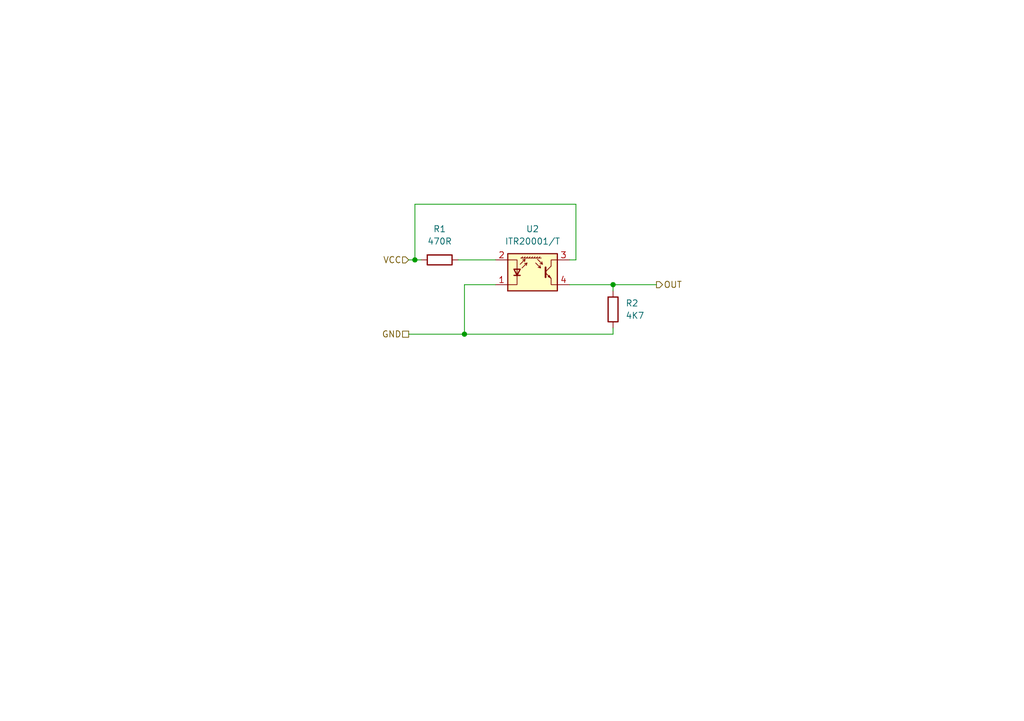
<source format=kicad_sch>
(kicad_sch (version 20230121) (generator eeschema)

  (uuid 17e2b376-97cb-4ddf-b425-731f5e62ad95)

  (paper "A5")

  (lib_symbols
    (symbol "Device:R" (pin_numbers hide) (pin_names (offset 0)) (in_bom yes) (on_board yes)
      (property "Reference" "R" (at 2.032 0 90)
        (effects (font (size 1.27 1.27)))
      )
      (property "Value" "R" (at 0 0 90)
        (effects (font (size 1.27 1.27)))
      )
      (property "Footprint" "" (at -1.778 0 90)
        (effects (font (size 1.27 1.27)) hide)
      )
      (property "Datasheet" "~" (at 0 0 0)
        (effects (font (size 1.27 1.27)) hide)
      )
      (property "ki_keywords" "R res resistor" (at 0 0 0)
        (effects (font (size 1.27 1.27)) hide)
      )
      (property "ki_description" "Resistor" (at 0 0 0)
        (effects (font (size 1.27 1.27)) hide)
      )
      (property "ki_fp_filters" "R_*" (at 0 0 0)
        (effects (font (size 1.27 1.27)) hide)
      )
      (symbol "R_0_1"
        (rectangle (start -1.016 -2.54) (end 1.016 2.54)
          (stroke (width 0.254) (type default))
          (fill (type none))
        )
      )
      (symbol "R_1_1"
        (pin passive line (at 0 3.81 270) (length 1.27)
          (name "~" (effects (font (size 1.27 1.27))))
          (number "1" (effects (font (size 1.27 1.27))))
        )
        (pin passive line (at 0 -3.81 90) (length 1.27)
          (name "~" (effects (font (size 1.27 1.27))))
          (number "2" (effects (font (size 1.27 1.27))))
        )
      )
    )
    (symbol "Sensor_Proximity:ITR8307-F43" (pin_names (offset 0.0254) hide) (in_bom yes) (on_board yes)
      (property "Reference" "U" (at -3.81 5.08 0)
        (effects (font (size 1.27 1.27)))
      )
      (property "Value" "ITR8307-F43" (at 12.7 5.08 0)
        (effects (font (size 1.27 1.27)) (justify right))
      )
      (property "Footprint" "OptoDevice:Everlight_ITR8307F43" (at 0 -5.08 0)
        (effects (font (size 1.27 1.27)) hide)
      )
      (property "Datasheet" "https://everlighteurope.com/index.php?controller=attachment&id_attachment=5385" (at 0 2.54 0)
        (effects (font (size 1.27 1.27)) hide)
      )
      (property "ki_keywords" "Reflective Optical Sensor Opto" (at 0 0 0)
        (effects (font (size 1.27 1.27)) hide)
      )
      (property "ki_description" "Subminiature Reflective Optical Sensor, DIP-like THT-package" (at 0 0 0)
        (effects (font (size 1.27 1.27)) hide)
      )
      (property "ki_fp_filters" "Everlight*ITR8307F43*" (at 0 0 0)
        (effects (font (size 1.27 1.27)) hide)
      )
      (symbol "ITR8307-F43_0_1"
        (polyline
          (pts
            (xy -3.81 -0.635)
            (xy -2.54 -0.635)
          )
          (stroke (width 0.254) (type default))
          (fill (type none))
        )
        (polyline
          (pts
            (xy -2.286 2.921)
            (xy -2.032 3.175)
          )
          (stroke (width 0) (type default))
          (fill (type none))
        )
        (polyline
          (pts
            (xy -1.778 2.921)
            (xy -1.524 3.175)
          )
          (stroke (width 0) (type default))
          (fill (type none))
        )
        (polyline
          (pts
            (xy -1.524 2.667)
            (xy -1.651 2.159)
          )
          (stroke (width 0) (type default))
          (fill (type none))
        )
        (polyline
          (pts
            (xy -1.27 2.921)
            (xy -1.016 3.175)
          )
          (stroke (width 0) (type default))
          (fill (type none))
        )
        (polyline
          (pts
            (xy -1.143 1.905)
            (xy -1.27 1.397)
          )
          (stroke (width 0) (type default))
          (fill (type none))
        )
        (polyline
          (pts
            (xy -0.762 2.921)
            (xy -0.508 3.175)
          )
          (stroke (width 0) (type default))
          (fill (type none))
        )
        (polyline
          (pts
            (xy -0.254 2.921)
            (xy 0 3.175)
          )
          (stroke (width 0) (type default))
          (fill (type none))
        )
        (polyline
          (pts
            (xy 0.254 2.921)
            (xy 0.508 3.175)
          )
          (stroke (width 0) (type default))
          (fill (type none))
        )
        (polyline
          (pts
            (xy 0.762 2.921)
            (xy 1.016 3.175)
          )
          (stroke (width 0) (type default))
          (fill (type none))
        )
        (polyline
          (pts
            (xy 1.27 2.921)
            (xy 1.524 3.175)
          )
          (stroke (width 0) (type default))
          (fill (type none))
        )
        (polyline
          (pts
            (xy 1.651 0.889)
            (xy 1.143 1.016)
          )
          (stroke (width 0) (type default))
          (fill (type none))
        )
        (polyline
          (pts
            (xy 1.778 2.921)
            (xy -2.413 2.921)
          )
          (stroke (width 0) (type default))
          (fill (type none))
        )
        (polyline
          (pts
            (xy 2.032 1.651)
            (xy 1.524 1.778)
          )
          (stroke (width 0) (type default))
          (fill (type none))
        )
        (polyline
          (pts
            (xy 2.667 -0.127)
            (xy 3.81 -1.27)
          )
          (stroke (width 0) (type default))
          (fill (type none))
        )
        (polyline
          (pts
            (xy 2.667 0.127)
            (xy 3.81 1.27)
          )
          (stroke (width 0) (type default))
          (fill (type none))
        )
        (polyline
          (pts
            (xy -2.54 1.651)
            (xy -1.524 2.667)
            (xy -2.032 2.54)
          )
          (stroke (width 0) (type default))
          (fill (type none))
        )
        (polyline
          (pts
            (xy -2.159 0.889)
            (xy -1.143 1.905)
            (xy -1.651 1.778)
          )
          (stroke (width 0) (type default))
          (fill (type none))
        )
        (polyline
          (pts
            (xy 0.635 1.905)
            (xy 1.651 0.889)
            (xy 1.524 1.397)
          )
          (stroke (width 0) (type default))
          (fill (type none))
        )
        (polyline
          (pts
            (xy 1.016 2.667)
            (xy 2.032 1.651)
            (xy 1.905 2.159)
          )
          (stroke (width 0) (type default))
          (fill (type none))
        )
        (polyline
          (pts
            (xy 2.667 1.016)
            (xy 2.667 -1.016)
            (xy 2.667 -1.016)
          )
          (stroke (width 0.3556) (type default))
          (fill (type none))
        )
        (polyline
          (pts
            (xy 3.81 -1.27)
            (xy 3.81 -2.54)
            (xy 5.08 -2.54)
          )
          (stroke (width 0) (type default))
          (fill (type none))
        )
        (polyline
          (pts
            (xy 3.81 1.27)
            (xy 3.81 2.54)
            (xy 5.08 2.54)
          )
          (stroke (width 0) (type default))
          (fill (type none))
        )
        (polyline
          (pts
            (xy -5.08 -2.54)
            (xy -3.175 -2.54)
            (xy -3.175 2.54)
            (xy -5.08 2.54)
          )
          (stroke (width 0) (type default))
          (fill (type none))
        )
        (polyline
          (pts
            (xy -3.175 -0.635)
            (xy -3.81 0.635)
            (xy -2.54 0.635)
            (xy -3.175 -0.635)
          )
          (stroke (width 0.254) (type default))
          (fill (type none))
        )
        (polyline
          (pts
            (xy 3.683 -1.143)
            (xy 3.429 -0.635)
            (xy 3.175 -0.889)
            (xy 3.683 -1.143)
          )
          (stroke (width 0) (type default))
          (fill (type none))
        )
        (polyline
          (pts
            (xy -5.08 -3.81)
            (xy 5.08 -3.81)
            (xy 5.08 3.81)
            (xy -5.08 3.81)
            (xy -5.08 -3.81)
          )
          (stroke (width 0.254) (type default))
          (fill (type background))
        )
      )
      (symbol "ITR8307-F43_1_1"
        (pin passive line (at -7.62 -2.54 0) (length 2.54)
          (name "K" (effects (font (size 1.27 1.27))))
          (number "1" (effects (font (size 1.27 1.27))))
        )
        (pin passive line (at -7.62 2.54 0) (length 2.54)
          (name "A" (effects (font (size 1.27 1.27))))
          (number "2" (effects (font (size 1.27 1.27))))
        )
        (pin open_collector line (at 7.62 2.54 180) (length 2.54)
          (name "C" (effects (font (size 1.27 1.27))))
          (number "3" (effects (font (size 1.27 1.27))))
        )
        (pin open_emitter line (at 7.62 -2.54 180) (length 2.54)
          (name "E" (effects (font (size 1.27 1.27))))
          (number "4" (effects (font (size 1.27 1.27))))
        )
      )
    )
  )

  (junction (at 125.73 58.42) (diameter 0) (color 0 0 0 0)
    (uuid a70aad03-dc75-45ca-9d34-3934bebb28e6)
  )
  (junction (at 95.25 68.58) (diameter 0) (color 0 0 0 0)
    (uuid cc296879-3db1-4572-9c47-3d62aff18836)
  )
  (junction (at 85.09 53.34) (diameter 0) (color 0 0 0 0)
    (uuid f641e057-79ad-4c14-accd-b0c8d02e98dc)
  )

  (wire (pts (xy 95.25 68.58) (xy 125.73 68.58))
    (stroke (width 0) (type default))
    (uuid 0df279de-c185-4002-abe3-b330031b0d8e)
  )
  (wire (pts (xy 85.09 53.34) (xy 85.09 41.91))
    (stroke (width 0) (type default))
    (uuid 22f58f6d-70ca-4762-b167-b7314c1fac66)
  )
  (wire (pts (xy 118.11 41.91) (xy 118.11 53.34))
    (stroke (width 0) (type default))
    (uuid 4b717d21-572c-4aa0-9013-9eea1edc4dab)
  )
  (wire (pts (xy 93.98 53.34) (xy 101.6 53.34))
    (stroke (width 0) (type default))
    (uuid 4f16d650-132c-4f06-8a59-17e9cf1bbdfd)
  )
  (wire (pts (xy 85.09 41.91) (xy 118.11 41.91))
    (stroke (width 0) (type default))
    (uuid 69c67451-35c5-449d-a065-a695382aa06e)
  )
  (wire (pts (xy 83.82 68.58) (xy 95.25 68.58))
    (stroke (width 0) (type default))
    (uuid 7425754b-e85d-486c-86f5-f7a8528babdb)
  )
  (wire (pts (xy 125.73 58.42) (xy 116.84 58.42))
    (stroke (width 0) (type default))
    (uuid 83618056-2bcf-4994-96b9-d76230cb2f89)
  )
  (wire (pts (xy 118.11 53.34) (xy 116.84 53.34))
    (stroke (width 0) (type default))
    (uuid 865a26a7-97c9-4177-83e7-95f5d5ad0530)
  )
  (wire (pts (xy 85.09 53.34) (xy 86.36 53.34))
    (stroke (width 0) (type default))
    (uuid 9f0b8016-24d9-4b6b-9cfb-94d5fb901408)
  )
  (wire (pts (xy 101.6 58.42) (xy 95.25 58.42))
    (stroke (width 0) (type default))
    (uuid a72244ce-eb22-4f51-86bc-ccfd87c2de89)
  )
  (wire (pts (xy 125.73 58.42) (xy 134.62 58.42))
    (stroke (width 0) (type default))
    (uuid be4b7600-78e3-4fe6-8224-7544fde8939a)
  )
  (wire (pts (xy 95.25 58.42) (xy 95.25 68.58))
    (stroke (width 0) (type default))
    (uuid c24ced36-a4f4-45dd-9ad0-ebd044cce2a7)
  )
  (wire (pts (xy 83.82 53.34) (xy 85.09 53.34))
    (stroke (width 0) (type default))
    (uuid cea91349-32c9-4434-9ff9-6228be674f23)
  )
  (wire (pts (xy 125.73 68.58) (xy 125.73 67.31))
    (stroke (width 0) (type default))
    (uuid df07164d-5499-436d-be15-63cdeb6bd1bf)
  )
  (wire (pts (xy 125.73 59.69) (xy 125.73 58.42))
    (stroke (width 0) (type default))
    (uuid e836018d-e740-415a-9d21-4ea837c92c8d)
  )

  (hierarchical_label "GND" (shape passive) (at 83.82 68.58 180) (fields_autoplaced)
    (effects (font (size 1.27 1.27)) (justify right))
    (uuid 2baea970-2382-48af-8cba-e5e9689c3dbd)
  )
  (hierarchical_label "VCC" (shape input) (at 83.82 53.34 180) (fields_autoplaced)
    (effects (font (size 1.27 1.27)) (justify right))
    (uuid 8e42cac8-25db-4f71-aae6-164d7623c17d)
  )
  (hierarchical_label "OUT" (shape output) (at 134.62 58.42 0) (fields_autoplaced)
    (effects (font (size 1.27 1.27)) (justify left))
    (uuid d87dad41-ae1b-46a6-afac-6e948bf4c08e)
  )

  (symbol (lib_id "Device:R") (at 125.73 63.5 0) (unit 1)
    (in_bom yes) (on_board yes) (dnp no) (fields_autoplaced)
    (uuid 744aa775-7c85-4fd8-8d21-26de13535bfb)
    (property "Reference" "R2" (at 128.27 62.23 0)
      (effects (font (size 1.27 1.27)) (justify left))
    )
    (property "Value" "4K7" (at 128.27 64.77 0)
      (effects (font (size 1.27 1.27)) (justify left))
    )
    (property "Footprint" "Resistor_SMD:R_0603_1608Metric" (at 123.952 63.5 90)
      (effects (font (size 1.27 1.27)) hide)
    )
    (property "Datasheet" "~" (at 125.73 63.5 0)
      (effects (font (size 1.27 1.27)) hide)
    )
    (pin "1" (uuid 367c5157-866b-4a5b-9e0c-110b9785b831))
    (pin "2" (uuid a95ad74e-9e0d-4441-953b-4426d586ce6f))
    (instances
      (project "ContuctlessButtons"
        (path "/7466bf9a-b01f-472c-b4f7-1d6a9af658a7"
          (reference "R2") (unit 1)
        )
        (path "/7466bf9a-b01f-472c-b4f7-1d6a9af658a7/b4ee8a8c-615b-455a-91ec-47ad557168dc"
          (reference "R18") (unit 1)
        )
      )
    )
  )

  (symbol (lib_id "Sensor_Proximity:ITR8307-F43") (at 109.22 55.88 0) (unit 1)
    (in_bom yes) (on_board yes) (dnp no) (fields_autoplaced)
    (uuid 7c0b8d75-3bbd-489b-931e-a4399139bb13)
    (property "Reference" "U2" (at 109.22 46.99 0)
      (effects (font (size 1.27 1.27)))
    )
    (property "Value" "ITR20001/T" (at 109.22 49.53 0)
      (effects (font (size 1.27 1.27)))
    )
    (property "Footprint" "OptoDevice:Everlight_ITR8307F43" (at 109.22 60.96 0)
      (effects (font (size 1.27 1.27)) hide)
    )
    (property "Datasheet" "https://everlighteurope.com/index.php?controller=attachment&id_attachment=5385" (at 109.22 53.34 0)
      (effects (font (size 1.27 1.27)) hide)
    )
    (pin "1" (uuid 1bd69fc9-04f1-484f-b6b8-b0f44de80899))
    (pin "2" (uuid 4dc468c8-6ea5-4087-acc9-a19940c3f4c0))
    (pin "3" (uuid 30fa406f-c169-49da-a743-af01cec2cb39))
    (pin "4" (uuid ab4fac58-83f1-4737-b71e-7404be47fe1c))
    (instances
      (project "ContuctlessButtons"
        (path "/7466bf9a-b01f-472c-b4f7-1d6a9af658a7"
          (reference "U2") (unit 1)
        )
        (path "/7466bf9a-b01f-472c-b4f7-1d6a9af658a7/b4ee8a8c-615b-455a-91ec-47ad557168dc"
          (reference "U7") (unit 1)
        )
      )
    )
  )

  (symbol (lib_id "Device:R") (at 90.17 53.34 90) (unit 1)
    (in_bom yes) (on_board yes) (dnp no) (fields_autoplaced)
    (uuid 960acaa9-69d6-4887-9533-b4c0f5bf73b1)
    (property "Reference" "R1" (at 90.17 46.99 90)
      (effects (font (size 1.27 1.27)))
    )
    (property "Value" "470R" (at 90.17 49.53 90)
      (effects (font (size 1.27 1.27)))
    )
    (property "Footprint" "Resistor_SMD:R_0603_1608Metric" (at 90.17 55.118 90)
      (effects (font (size 1.27 1.27)) hide)
    )
    (property "Datasheet" "~" (at 90.17 53.34 0)
      (effects (font (size 1.27 1.27)) hide)
    )
    (pin "1" (uuid e22e3dd9-b22c-4488-86f6-4375108309dc))
    (pin "2" (uuid 7d8133a5-a42b-461e-9329-7dc900d6c64b))
    (instances
      (project "ContuctlessButtons"
        (path "/7466bf9a-b01f-472c-b4f7-1d6a9af658a7"
          (reference "R1") (unit 1)
        )
        (path "/7466bf9a-b01f-472c-b4f7-1d6a9af658a7/b4ee8a8c-615b-455a-91ec-47ad557168dc"
          (reference "R17") (unit 1)
        )
      )
    )
  )
)

</source>
